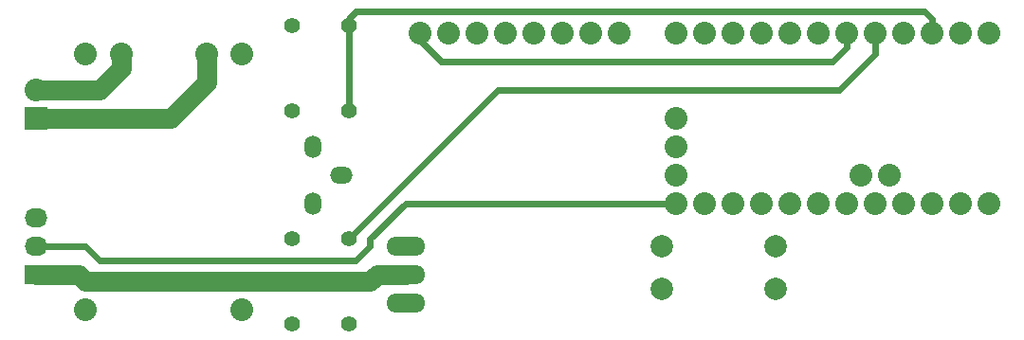
<source format=gbl>
G04 #@! TF.FileFunction,Copper,L2,Bot,Signal*
%FSLAX46Y46*%
G04 Gerber Fmt 4.6, Leading zero omitted, Abs format (unit mm)*
G04 Created by KiCad (PCBNEW 4.0.2+dfsg1-stable) date Tue 13 Nov 2018 10:28:19 PM EST*
%MOMM*%
G01*
G04 APERTURE LIST*
%ADD10C,0.100000*%
%ADD11C,2.032000*%
%ADD12O,1.998980X1.501140*%
%ADD13O,1.501140X1.998980*%
%ADD14O,3.500120X1.699260*%
%ADD15C,1.998980*%
%ADD16C,1.397000*%
%ADD17R,2.032000X2.032000*%
%ADD18O,2.032000X2.032000*%
%ADD19R,2.032000X1.727200*%
%ADD20O,2.032000X1.727200*%
%ADD21C,1.778000*%
%ADD22C,0.609600*%
G04 APERTURE END LIST*
D10*
D11*
X109220000Y-108585000D03*
X116840000Y-108585000D03*
X106045000Y-108585000D03*
X120015000Y-108585000D03*
X120015000Y-131445000D03*
X106045000Y-131445000D03*
X186690000Y-106680000D03*
X184150000Y-106680000D03*
X181610000Y-106680000D03*
X179070000Y-106680000D03*
X176530000Y-106680000D03*
X173990000Y-106680000D03*
X171450000Y-106680000D03*
X168910000Y-106680000D03*
X166370000Y-106680000D03*
X163830000Y-106680000D03*
X161290000Y-106680000D03*
X158750000Y-106680000D03*
X186690000Y-121920000D03*
X184150000Y-121920000D03*
X181610000Y-121920000D03*
X179070000Y-121920000D03*
X176530000Y-121920000D03*
X173990000Y-121920000D03*
X171450000Y-121920000D03*
X168910000Y-121920000D03*
X166370000Y-121920000D03*
X163830000Y-121920000D03*
X161290000Y-121920000D03*
X158750000Y-121920000D03*
X177800000Y-119380000D03*
X175260000Y-119380000D03*
X158750000Y-119380000D03*
X158750000Y-116840000D03*
X158750000Y-114300000D03*
D12*
X128905000Y-119380000D03*
D13*
X126365000Y-116840000D03*
X126365000Y-121920000D03*
D14*
X134620000Y-128270000D03*
X134620000Y-125730000D03*
X134620000Y-130810000D03*
D15*
X157480000Y-125730000D03*
X167640000Y-125730000D03*
X157480000Y-129540000D03*
X167640000Y-129540000D03*
D16*
X124460000Y-113665000D03*
X129540000Y-113665000D03*
X124460000Y-106045000D03*
X129540000Y-106045000D03*
X124460000Y-132715000D03*
X129540000Y-132715000D03*
X124460000Y-125095000D03*
X129540000Y-125095000D03*
D11*
X153670000Y-106680000D03*
X151130000Y-106680000D03*
X148590000Y-106680000D03*
X146050000Y-106680000D03*
X143510000Y-106680000D03*
X140970000Y-106680000D03*
X138430000Y-106680000D03*
X135890000Y-106680000D03*
D17*
X101600000Y-114300000D03*
D18*
X101600000Y-111760000D03*
D19*
X101600000Y-128270000D03*
D20*
X101600000Y-125730000D03*
X101600000Y-123190000D03*
D21*
X101600000Y-114300000D02*
X113665000Y-114300000D01*
X116840000Y-111125000D02*
X116840000Y-108585000D01*
X113665000Y-114300000D02*
X116840000Y-111125000D01*
X101600000Y-111760000D02*
X107315000Y-111760000D01*
X107315000Y-111760000D02*
X109220000Y-109855000D01*
X109220000Y-109855000D02*
X109220000Y-108585000D01*
X101600000Y-128270000D02*
X105410000Y-128270000D01*
X132080000Y-128270000D02*
X134620000Y-128270000D01*
X131445000Y-128905000D02*
X132080000Y-128270000D01*
X106045000Y-128905000D02*
X131445000Y-128905000D01*
X105410000Y-128270000D02*
X106045000Y-128905000D01*
D22*
X158750000Y-121920000D02*
X134620000Y-121920000D01*
X106045000Y-125730000D02*
X107315000Y-127000000D01*
X107315000Y-127000000D02*
X130175000Y-127000000D01*
X130175000Y-127000000D02*
X131445000Y-125730000D01*
X131445000Y-125730000D02*
X131445000Y-125095000D01*
X131445000Y-125095000D02*
X134620000Y-121920000D01*
X106045000Y-125730000D02*
X101600000Y-125730000D01*
X129540000Y-106045000D02*
X129540000Y-113665000D01*
X129540000Y-106045000D02*
X129540000Y-105410000D01*
X129540000Y-105410000D02*
X130175000Y-104775000D01*
X130175000Y-104775000D02*
X180975000Y-104775000D01*
X180975000Y-104775000D02*
X181610000Y-105410000D01*
X181610000Y-105410000D02*
X181610000Y-106680000D01*
X135890000Y-106680000D02*
X135890000Y-107315000D01*
X135890000Y-107315000D02*
X137795000Y-109220000D01*
X137795000Y-109220000D02*
X172720000Y-109220000D01*
X172720000Y-109220000D02*
X173990000Y-107950000D01*
X173990000Y-107950000D02*
X173990000Y-106680000D01*
X176530000Y-106680000D02*
X176530000Y-108585000D01*
X142875000Y-111760000D02*
X129540000Y-125095000D01*
X144145000Y-111760000D02*
X142875000Y-111760000D01*
X145415000Y-111760000D02*
X144145000Y-111760000D01*
X173355000Y-111760000D02*
X145415000Y-111760000D01*
X176530000Y-108585000D02*
X173355000Y-111760000D01*
M02*

</source>
